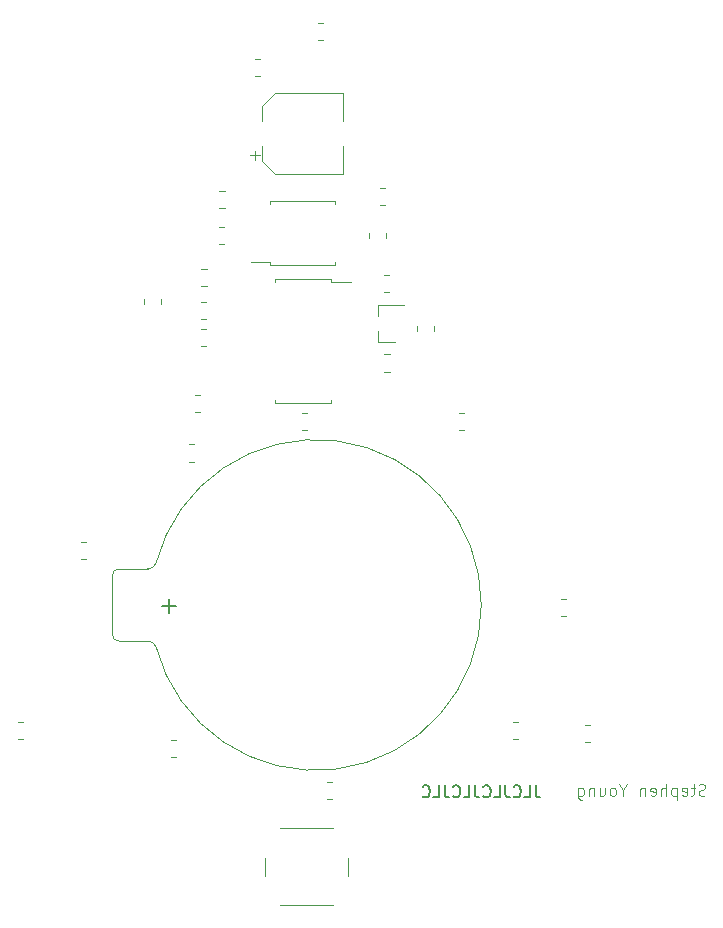
<source format=gbr>
%TF.GenerationSoftware,KiCad,Pcbnew,(5.1.10-1-10_14)*%
%TF.CreationDate,2021-11-29T00:45:18-05:00*%
%TF.ProjectId,christmas-ornament-pcb,63687269-7374-46d6-9173-2d6f726e616d,rev?*%
%TF.SameCoordinates,Original*%
%TF.FileFunction,Legend,Bot*%
%TF.FilePolarity,Positive*%
%FSLAX46Y46*%
G04 Gerber Fmt 4.6, Leading zero omitted, Abs format (unit mm)*
G04 Created by KiCad (PCBNEW (5.1.10-1-10_14)) date 2021-11-29 00:45:18*
%MOMM*%
%LPD*%
G01*
G04 APERTURE LIST*
%ADD10C,0.150000*%
%ADD11C,0.100000*%
%ADD12C,0.120000*%
G04 APERTURE END LIST*
D10*
X169589047Y-123782380D02*
X169589047Y-124496666D01*
X169636666Y-124639523D01*
X169731904Y-124734761D01*
X169874761Y-124782380D01*
X169970000Y-124782380D01*
X168636666Y-124782380D02*
X169112857Y-124782380D01*
X169112857Y-123782380D01*
X167731904Y-124687142D02*
X167779523Y-124734761D01*
X167922380Y-124782380D01*
X168017619Y-124782380D01*
X168160476Y-124734761D01*
X168255714Y-124639523D01*
X168303333Y-124544285D01*
X168350952Y-124353809D01*
X168350952Y-124210952D01*
X168303333Y-124020476D01*
X168255714Y-123925238D01*
X168160476Y-123830000D01*
X168017619Y-123782380D01*
X167922380Y-123782380D01*
X167779523Y-123830000D01*
X167731904Y-123877619D01*
X167017619Y-123782380D02*
X167017619Y-124496666D01*
X167065238Y-124639523D01*
X167160476Y-124734761D01*
X167303333Y-124782380D01*
X167398571Y-124782380D01*
X166065238Y-124782380D02*
X166541428Y-124782380D01*
X166541428Y-123782380D01*
X165160476Y-124687142D02*
X165208095Y-124734761D01*
X165350952Y-124782380D01*
X165446190Y-124782380D01*
X165589047Y-124734761D01*
X165684285Y-124639523D01*
X165731904Y-124544285D01*
X165779523Y-124353809D01*
X165779523Y-124210952D01*
X165731904Y-124020476D01*
X165684285Y-123925238D01*
X165589047Y-123830000D01*
X165446190Y-123782380D01*
X165350952Y-123782380D01*
X165208095Y-123830000D01*
X165160476Y-123877619D01*
X164446190Y-123782380D02*
X164446190Y-124496666D01*
X164493809Y-124639523D01*
X164589047Y-124734761D01*
X164731904Y-124782380D01*
X164827142Y-124782380D01*
X163493809Y-124782380D02*
X163970000Y-124782380D01*
X163970000Y-123782380D01*
X162589047Y-124687142D02*
X162636666Y-124734761D01*
X162779523Y-124782380D01*
X162874761Y-124782380D01*
X163017619Y-124734761D01*
X163112857Y-124639523D01*
X163160476Y-124544285D01*
X163208095Y-124353809D01*
X163208095Y-124210952D01*
X163160476Y-124020476D01*
X163112857Y-123925238D01*
X163017619Y-123830000D01*
X162874761Y-123782380D01*
X162779523Y-123782380D01*
X162636666Y-123830000D01*
X162589047Y-123877619D01*
X161874761Y-123782380D02*
X161874761Y-124496666D01*
X161922380Y-124639523D01*
X162017619Y-124734761D01*
X162160476Y-124782380D01*
X162255714Y-124782380D01*
X160922380Y-124782380D02*
X161398571Y-124782380D01*
X161398571Y-123782380D01*
X160017619Y-124687142D02*
X160065238Y-124734761D01*
X160208095Y-124782380D01*
X160303333Y-124782380D01*
X160446190Y-124734761D01*
X160541428Y-124639523D01*
X160589047Y-124544285D01*
X160636666Y-124353809D01*
X160636666Y-124210952D01*
X160589047Y-124020476D01*
X160541428Y-123925238D01*
X160446190Y-123830000D01*
X160303333Y-123782380D01*
X160208095Y-123782380D01*
X160065238Y-123830000D01*
X160017619Y-123877619D01*
D11*
X183966761Y-124610761D02*
X183823904Y-124658380D01*
X183585809Y-124658380D01*
X183490571Y-124610761D01*
X183442952Y-124563142D01*
X183395333Y-124467904D01*
X183395333Y-124372666D01*
X183442952Y-124277428D01*
X183490571Y-124229809D01*
X183585809Y-124182190D01*
X183776285Y-124134571D01*
X183871523Y-124086952D01*
X183919142Y-124039333D01*
X183966761Y-123944095D01*
X183966761Y-123848857D01*
X183919142Y-123753619D01*
X183871523Y-123706000D01*
X183776285Y-123658380D01*
X183538190Y-123658380D01*
X183395333Y-123706000D01*
X183109619Y-123991714D02*
X182728666Y-123991714D01*
X182966761Y-123658380D02*
X182966761Y-124515523D01*
X182919142Y-124610761D01*
X182823904Y-124658380D01*
X182728666Y-124658380D01*
X182014380Y-124610761D02*
X182109619Y-124658380D01*
X182300095Y-124658380D01*
X182395333Y-124610761D01*
X182442952Y-124515523D01*
X182442952Y-124134571D01*
X182395333Y-124039333D01*
X182300095Y-123991714D01*
X182109619Y-123991714D01*
X182014380Y-124039333D01*
X181966761Y-124134571D01*
X181966761Y-124229809D01*
X182442952Y-124325047D01*
X181538190Y-123991714D02*
X181538190Y-124991714D01*
X181538190Y-124039333D02*
X181442952Y-123991714D01*
X181252476Y-123991714D01*
X181157238Y-124039333D01*
X181109619Y-124086952D01*
X181062000Y-124182190D01*
X181062000Y-124467904D01*
X181109619Y-124563142D01*
X181157238Y-124610761D01*
X181252476Y-124658380D01*
X181442952Y-124658380D01*
X181538190Y-124610761D01*
X180633428Y-124658380D02*
X180633428Y-123658380D01*
X180204857Y-124658380D02*
X180204857Y-124134571D01*
X180252476Y-124039333D01*
X180347714Y-123991714D01*
X180490571Y-123991714D01*
X180585809Y-124039333D01*
X180633428Y-124086952D01*
X179347714Y-124610761D02*
X179442952Y-124658380D01*
X179633428Y-124658380D01*
X179728666Y-124610761D01*
X179776285Y-124515523D01*
X179776285Y-124134571D01*
X179728666Y-124039333D01*
X179633428Y-123991714D01*
X179442952Y-123991714D01*
X179347714Y-124039333D01*
X179300095Y-124134571D01*
X179300095Y-124229809D01*
X179776285Y-124325047D01*
X178871523Y-123991714D02*
X178871523Y-124658380D01*
X178871523Y-124086952D02*
X178823904Y-124039333D01*
X178728666Y-123991714D01*
X178585809Y-123991714D01*
X178490571Y-124039333D01*
X178442952Y-124134571D01*
X178442952Y-124658380D01*
X177014380Y-124182190D02*
X177014380Y-124658380D01*
X177347714Y-123658380D02*
X177014380Y-124182190D01*
X176681047Y-123658380D01*
X176204857Y-124658380D02*
X176300095Y-124610761D01*
X176347714Y-124563142D01*
X176395333Y-124467904D01*
X176395333Y-124182190D01*
X176347714Y-124086952D01*
X176300095Y-124039333D01*
X176204857Y-123991714D01*
X176062000Y-123991714D01*
X175966761Y-124039333D01*
X175919142Y-124086952D01*
X175871523Y-124182190D01*
X175871523Y-124467904D01*
X175919142Y-124563142D01*
X175966761Y-124610761D01*
X176062000Y-124658380D01*
X176204857Y-124658380D01*
X175014380Y-123991714D02*
X175014380Y-124658380D01*
X175442952Y-123991714D02*
X175442952Y-124515523D01*
X175395333Y-124610761D01*
X175300095Y-124658380D01*
X175157238Y-124658380D01*
X175062000Y-124610761D01*
X175014380Y-124563142D01*
X174538190Y-123991714D02*
X174538190Y-124658380D01*
X174538190Y-124086952D02*
X174490571Y-124039333D01*
X174395333Y-123991714D01*
X174252476Y-123991714D01*
X174157238Y-124039333D01*
X174109619Y-124134571D01*
X174109619Y-124658380D01*
X173204857Y-123991714D02*
X173204857Y-124801238D01*
X173252476Y-124896476D01*
X173300095Y-124944095D01*
X173395333Y-124991714D01*
X173538190Y-124991714D01*
X173633428Y-124944095D01*
X173204857Y-124610761D02*
X173300095Y-124658380D01*
X173490571Y-124658380D01*
X173585809Y-124610761D01*
X173633428Y-124563142D01*
X173681047Y-124467904D01*
X173681047Y-124182190D01*
X173633428Y-124086952D01*
X173585809Y-124039333D01*
X173490571Y-123991714D01*
X173300095Y-123991714D01*
X173204857Y-124039333D01*
D12*
%TO.C,U1*%
X149850000Y-74305000D02*
X152575000Y-74305000D01*
X152575000Y-74305000D02*
X152575000Y-74565000D01*
X149850000Y-74305000D02*
X147125000Y-74305000D01*
X147125000Y-74305000D02*
X147125000Y-74565000D01*
X149850000Y-79755000D02*
X152575000Y-79755000D01*
X152575000Y-79755000D02*
X152575000Y-79495000D01*
X149850000Y-79755000D02*
X147125000Y-79755000D01*
X147125000Y-79755000D02*
X147125000Y-79495000D01*
X147125000Y-79495000D02*
X145450000Y-79495000D01*
%TO.C,U2*%
X149870000Y-91440000D02*
X147485000Y-91440000D01*
X147485000Y-91440000D02*
X147485000Y-91185000D01*
X149870000Y-91440000D02*
X152255000Y-91440000D01*
X152255000Y-91440000D02*
X152255000Y-91185000D01*
X149870000Y-80920000D02*
X147485000Y-80920000D01*
X147485000Y-80920000D02*
X147485000Y-81175000D01*
X149870000Y-80920000D02*
X152255000Y-80920000D01*
X152255000Y-80920000D02*
X152255000Y-81175000D01*
X152255000Y-81175000D02*
X153920000Y-81175000D01*
%TO.C,BT1*%
X134290000Y-105450000D02*
G75*
G03*
X133740000Y-106000000I0J-550000D01*
G01*
X134290000Y-111550000D02*
G75*
G02*
X133740000Y-111000000I0J550000D01*
G01*
X137444769Y-112043485D02*
G75*
G03*
X136740000Y-111550000I-704769J-256515D01*
G01*
X137444769Y-104956515D02*
G75*
G02*
X136740000Y-105450000I-704769J256515D01*
G01*
X164989738Y-108484769D02*
G75*
G02*
X137440000Y-112020000I-13999738J-15231D01*
G01*
X164989738Y-108515231D02*
G75*
G03*
X137440000Y-104980000I-13999738J15231D01*
G01*
X136740000Y-111550000D02*
X134290000Y-111550000D01*
X134290000Y-105450000D02*
X136740000Y-105450000D01*
X133740000Y-111000000D02*
X133740000Y-106000000D01*
%TO.C,R22*%
X140202936Y-96365000D02*
X140657064Y-96365000D01*
X140202936Y-94895000D02*
X140657064Y-94895000D01*
%TO.C,R21*%
X151156936Y-60679000D02*
X151611064Y-60679000D01*
X151156936Y-59209000D02*
X151611064Y-59209000D01*
%TO.C,R20*%
X167666936Y-119861000D02*
X168121064Y-119861000D01*
X167666936Y-118391000D02*
X168121064Y-118391000D01*
%TO.C,R19*%
X156782936Y-88755000D02*
X157237064Y-88755000D01*
X156782936Y-87285000D02*
X157237064Y-87285000D01*
%TO.C,R18*%
X125756936Y-119861000D02*
X126211064Y-119861000D01*
X125756936Y-118391000D02*
X126211064Y-118391000D01*
%TO.C,R17*%
X137895000Y-83031064D02*
X137895000Y-82576936D01*
X136425000Y-83031064D02*
X136425000Y-82576936D01*
%TO.C,R16*%
X173762936Y-120115000D02*
X174217064Y-120115000D01*
X173762936Y-118645000D02*
X174217064Y-118645000D01*
%TO.C,R15*%
X149772936Y-93715000D02*
X150227064Y-93715000D01*
X149772936Y-92245000D02*
X150227064Y-92245000D01*
%TO.C,R14*%
X171730936Y-109447000D02*
X172185064Y-109447000D01*
X171730936Y-107977000D02*
X172185064Y-107977000D01*
%TO.C,R13*%
X140742936Y-92175000D02*
X141197064Y-92175000D01*
X140742936Y-90705000D02*
X141197064Y-90705000D01*
%TO.C,R12*%
X138710936Y-121385000D02*
X139165064Y-121385000D01*
X138710936Y-119915000D02*
X139165064Y-119915000D01*
%TO.C,R11*%
X156372936Y-74665000D02*
X156827064Y-74665000D01*
X156372936Y-73195000D02*
X156827064Y-73195000D01*
%TO.C,R10*%
X151918936Y-124941000D02*
X152373064Y-124941000D01*
X151918936Y-123471000D02*
X152373064Y-123471000D01*
%TO.C,R9*%
X145822936Y-63727000D02*
X146277064Y-63727000D01*
X145822936Y-62257000D02*
X146277064Y-62257000D01*
%TO.C,R8*%
X131090936Y-104621000D02*
X131545064Y-104621000D01*
X131090936Y-103151000D02*
X131545064Y-103151000D01*
%TO.C,R7*%
X163094936Y-93699000D02*
X163549064Y-93699000D01*
X163094936Y-92229000D02*
X163549064Y-92229000D01*
%TO.C,SW1*%
X147930000Y-127420000D02*
X152430000Y-127420000D01*
X146680000Y-131420000D02*
X146680000Y-129920000D01*
X152430000Y-133920000D02*
X147930000Y-133920000D01*
X153680000Y-129920000D02*
X153680000Y-131420000D01*
%TO.C,R6*%
X141705064Y-82831000D02*
X141250936Y-82831000D01*
X141705064Y-84301000D02*
X141250936Y-84301000D01*
%TO.C,R5*%
X141705064Y-85117000D02*
X141250936Y-85117000D01*
X141705064Y-86587000D02*
X141250936Y-86587000D01*
%TO.C,R4*%
X142774936Y-77951000D02*
X143229064Y-77951000D01*
X142774936Y-76481000D02*
X143229064Y-76481000D01*
%TO.C,R3*%
X156945000Y-77443064D02*
X156945000Y-76988936D01*
X155475000Y-77443064D02*
X155475000Y-76988936D01*
%TO.C,R2*%
X156744936Y-82015000D02*
X157199064Y-82015000D01*
X156744936Y-80545000D02*
X157199064Y-80545000D01*
%TO.C,R1*%
X159539000Y-84862936D02*
X159539000Y-85317064D01*
X161009000Y-84862936D02*
X161009000Y-85317064D01*
%TO.C,Q1*%
X156260000Y-86260000D02*
X156260000Y-85330000D01*
X156260000Y-83100000D02*
X156260000Y-84030000D01*
X156260000Y-83100000D02*
X158420000Y-83100000D01*
X156260000Y-86260000D02*
X157720000Y-86260000D01*
%TO.C,C3*%
X141216748Y-81507000D02*
X141739252Y-81507000D01*
X141216748Y-80037000D02*
X141739252Y-80037000D01*
%TO.C,C2*%
X153270000Y-65170000D02*
X153270000Y-67520000D01*
X153270000Y-71990000D02*
X153270000Y-69640000D01*
X147514437Y-71990000D02*
X153270000Y-71990000D01*
X147514437Y-65170000D02*
X153270000Y-65170000D01*
X146450000Y-66234437D02*
X146450000Y-67520000D01*
X146450000Y-70925563D02*
X146450000Y-69640000D01*
X146450000Y-70925563D02*
X147514437Y-71990000D01*
X146450000Y-66234437D02*
X147514437Y-65170000D01*
X145422500Y-70427500D02*
X146210000Y-70427500D01*
X145816250Y-70821250D02*
X145816250Y-70033750D01*
%TO.C,C1*%
X143263252Y-73433000D02*
X142740748Y-73433000D01*
X143263252Y-74903000D02*
X142740748Y-74903000D01*
%TO.C,BT1*%
D10*
X139111428Y-108607142D02*
X137968571Y-108607142D01*
X138540000Y-109178571D02*
X138540000Y-108035714D01*
%TD*%
M02*

</source>
